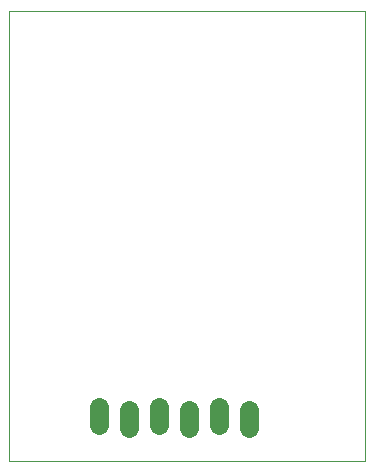
<source format=gbs>
G75*
%MOIN*%
%OFA0B0*%
%FSLAX24Y24*%
%IPPOS*%
%LPD*%
%AMOC8*
5,1,8,0,0,1.08239X$1,22.5*
%
%ADD10C,0.0000*%
%ADD11C,0.0640*%
D10*
X000220Y000100D02*
X000220Y015096D01*
X012090Y015096D01*
X012090Y000100D01*
X000220Y000100D01*
D11*
X003220Y001300D02*
X003220Y001900D01*
X004220Y001800D02*
X004220Y001200D01*
X005220Y001300D02*
X005220Y001900D01*
X006220Y001800D02*
X006220Y001200D01*
X007220Y001300D02*
X007220Y001900D01*
X008220Y001800D02*
X008220Y001200D01*
M02*

</source>
